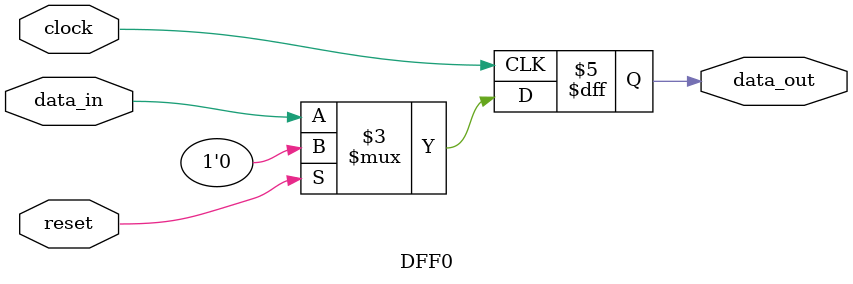
<source format=v>
module DFF0(data_in,clock,reset, data_out);
input data_in;
input clock,reset;

output reg data_out;

always@(posedge clock)
	begin
		if(reset)
			data_out<=1'b0;
		else
			data_out<=data_in;
	end	

endmodule

</source>
